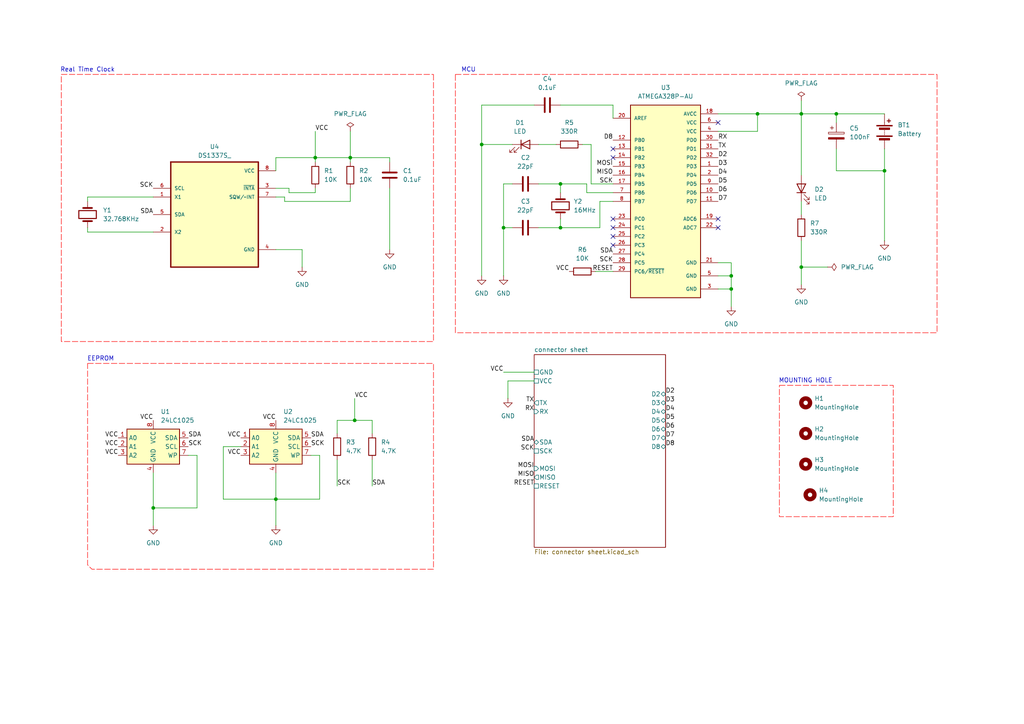
<source format=kicad_sch>
(kicad_sch (version 20250114) (generator "eeschema") (generator_version "9.0")
  (paper "A4")
  (title_block (title "MCU Datalogger") (date "2025-08-23") (company "PRTM"))
  (lib_symbols
    (symbol "ATMEGA328P-AU:ATMEGA328P-AU" (pin_names (offset 1.016))
      (property "Reference" "U3" (at 0 33.02 0))
      (property "Value" "ATMEGA328P-AU" (at 0 30.48 0))
      (symbol "ATMEGA328P-AU_0_0"
        (rectangle (start -10.16 -27.94) (end 10.16 27.94) (stroke (width 0.254)) (fill (type background)))
        (pin input line (at -15.24 24.13 0) (length 5.08) (name "AREF") (number "20"))
        (pin bidirectional line (at -15.24 17.78 0) (length 5.08) (name "PB0") (number "12"))
        (pin bidirectional line (at -15.24 15.24 0) (length 5.08) (name "PB1") (number "13"))
        (pin bidirectional line (at -15.24 12.7 0) (length 5.08) (name "PB2") (number "14"))
        (pin bidirectional line (at -15.24 10.16 0) (length 5.08) (name "PB3") (number "15"))
        (pin bidirectional line (at -15.24 7.62 0) (length 5.08) (name "PB4") (number "16"))
        (pin bidirectional line (at -15.24 5.08 0) (length 5.08) (name "PB5") (number "17"))
        (pin bidirectional line (at -15.24 2.54 0) (length 5.08) (name "PB6") (number "7"))
        (pin bidirectional line (at -15.24 0 0) (length 5.08) (name "PB7") (number "8"))
        (pin bidirectional line (at -15.24 -5.08 0) (length 5.08) (name "PC0") (number "23"))
        (pin bidirectional line (at -15.24 -7.62 0) (length 5.08) (name "PC1") (number "24"))
        (pin bidirectional line (at -15.24 -10.16 0) (length 5.08) (name "PC2") (number "25"))
        (pin bidirectional line (at -15.24 -12.7 0) (length 5.08) (name "PC3") (number "26"))
        (pin bidirectional line (at -15.24 -15.24 0) (length 5.08) (name "PC4") (number "27"))
        (pin bidirectional line (at -15.24 -17.78 0) (length 5.08) (name "PC5") (number "28"))
        (pin bidirectional line (at -15.24 -20.32 0) (length 5.08) (name "PC6/~{RESET}") (number "29"))
        (pin power_in line (at 15.24 25.4 180) (length 5.08) (name "AVCC") (number "18"))
        (pin power_in line (at 15.24 22.86 180) (length 5.08) (name "VCC") (number "6"))
        (pin power_in line (at 15.24 20.32 180) (length 5.08) (name "VCC") (number "4"))
        (pin bidirectional line (at 15.24 17.78 180) (length 5.08) (name "PD0") (number "30"))
        (pin bidirectional line (at 15.24 15.24 180) (length 5.08) (name "PD1") (number "31"))
        (pin bidirectional line (at 15.24 12.7 180) (length 5.08) (name "PD2") (number "32"))
        (pin bidirectional line (at 15.24 10.16 180) (length 5.08) (name "PD3") (number "1"))
        (pin bidirectional line (at 15.24 7.62 180) (length 5.08) (name "PD4") (number "2"))
        (pin bidirectional line (at 15.24 5.08 180) (length 5.08) (name "PD5") (number "9"))
        (pin bidirectional line (at 15.24 2.54 180) (length 5.08) (name "PD6") (number "10"))
        (pin bidirectional line (at 15.24 0 180) (length 5.08) (name "PD7") (number "11"))
        (pin bidirectional line (at 15.24 -5.08 180) (length 5.08) (name "ADC6") (number "19"))
        (pin bidirectional line (at 15.24 -7.62 180) (length 5.08) (name "ADC7") (number "22"))
        (pin power_in line (at 15.24 -17.78 180) (length 5.08) (name "GND") (number "21"))
        (pin power_in line (at 15.24 -21.59 180) (length 5.08) (name "GND") (number "5"))
        (pin power_in line (at 15.24 -25.4 180) (length 5.08) (name "GND") (number "3"))
      )
    )
    (symbol "DS1337S_:DS1337S_" (pin_names (offset 1.016))
      (property "Reference" "U" (at -12.7 16.24 0))
      (property "Value" "DS1337S_" (at -12.7 -19.24 0))
      (symbol "DS1337S__0_0"
        (rectangle (start -12.7 -15.24) (end 12.7 15.24) (stroke (width 0.41)) (fill (type background)))
        (pin input line (at -17.78 7.62 0) (length 5.08) (name "SCL") (number "6"))
        (pin input line (at -17.78 5.08 0) (length 5.08) (name "X1") (number "1"))
        (pin bidirectional line (at -17.78 0 0) (length 5.08) (name "SDA") (number "5"))
        (pin bidirectional line (at -17.78 -5.08 0) (length 5.08) (name "X2") (number "2"))
        (pin power_in line (at 17.78 12.7 180) (length 5.08) (name "VCC") (number "8"))
        (pin output line (at 17.78 7.62 180) (length 5.08) (name "~{INTA}") (number "3"))
        (pin output line (at 17.78 5.08 180) (length 5.08) (name "SQW/~INT") (number "7"))
        (pin power_in line (at 17.78 -10.16 180) (length 5.08) (name "GND") (number "4"))
      )
    )
    (symbol "Device:Battery" (pin_numbers (hide yes)) (pin_names (offset 0) (hide yes))
      (property "Reference" "BT" (at 2.54 2.54 0))
      (property "Value" "Battery" (at 2.54 0 0))
      (symbol "Battery_0_1"
        (rectangle (start -2.286 1.778) (end 2.286 1.524) (fill (type outline)))
        (rectangle (start -2.286 -1.27) (end 2.286 -1.524) (fill (type outline)))
        (rectangle (start -1.524 1.016) (end 1.524 0.508) (fill (type outline)))
        (rectangle (start -1.524 -2.032) (end 1.524 -2.54) (fill (type outline)))
        (polyline (pts (xy 0 1.778) (xy 0 2.54)))
        (polyline (pts (xy 0 0) (xy 0 0.254)))
        (polyline (pts (xy 0 -0.508) (xy 0 -0.254)))
        (polyline (pts (xy 0 -1.016) (xy 0 -0.762)))
        (polyline (pts (xy 0.762 3.048) (xy 1.778 3.048)) (stroke (width 0.254)))
        (polyline (pts (xy 1.27 3.556) (xy 1.27 2.54)) (stroke (width 0.254)))
      )
      (symbol "Battery_1_1"
        (pin passive line (at 0 5.08 270) (length 2.54) (name "+") (number "1"))
        (pin passive line (at 0 -5.08 90) (length 2.54) (name "-") (number "2"))
      )
    )
    (symbol "Device:C" (pin_numbers (hide yes)) (pin_names (offset 0.254))
      (property "Reference" "C" (at 0.635 2.54 0))
      (property "Value" "C" (at 0.635 -2.54 0))
      (symbol "C_0_1"
        (polyline (pts (xy -2.032 0.762) (xy 2.032 0.762)) (stroke (width 0.508)))
        (polyline (pts (xy -2.032 -0.762) (xy 2.032 -0.762)) (stroke (width 0.508)))
      )
      (symbol "C_1_1"
        (pin passive line (at 0 3.81 270) (length 2.794) (name "~") (number "1"))
        (pin passive line (at 0 -3.81 90) (length 2.794) (name "~") (number "2"))
      )
    )
    (symbol "Device:C_Polarized" (pin_numbers (hide yes)) (pin_names (offset 0.254))
      (property "Reference" "C" (at 0.635 2.54 0))
      (property "Value" "C_Polarized" (at 0.635 -2.54 0))
      (symbol "C_Polarized_0_1"
        (rectangle (start -2.286 0.508) (end 2.286 1.016))
        (polyline (pts (xy -1.778 2.286) (xy -0.762 2.286)))
        (polyline (pts (xy -1.27 2.794) (xy -1.27 1.778)))
        (rectangle (start 2.286 -0.508) (end -2.286 -1.016) (fill (type outline)))
      )
      (symbol "C_Polarized_1_1"
        (pin passive line (at 0 3.81 270) (length 2.794) (name "~") (number "1"))
        (pin passive line (at 0 -3.81 90) (length 2.794) (name "~") (number "2"))
      )
    )
    (symbol "Device:Crystal" (pin_numbers (hide yes)) (pin_names (offset 1.016) (hide yes))
      (property "Reference" "Y" (at 0 3.81 0))
      (property "Value" "Crystal" (at 0 -3.81 0))
      (symbol "Crystal_0_1"
        (polyline (pts (xy -2.54 0) (xy -1.905 0)))
        (polyline (pts (xy -1.905 -1.27) (xy -1.905 1.27)) (stroke (width 0.508)))
        (rectangle (start -1.143 2.54) (end 1.143 -2.54) (stroke (width 0.3048)))
        (polyline (pts (xy 1.905 -1.27) (xy 1.905 1.27)) (stroke (width 0.508)))
        (polyline (pts (xy 2.54 0) (xy 1.905 0)))
      )
      (symbol "Crystal_1_1"
        (pin passive line (at -3.81 0 0) (length 1.27) (name "1") (number "1"))
        (pin passive line (at 3.81 0 180) (length 1.27) (name "2") (number "2"))
      )
    )
    (symbol "Device:LED" (pin_numbers (hide yes)) (pin_names (offset 1.016) (hide yes))
      (property "Reference" "D" (at 0 2.54 0))
      (property "Value" "LED" (at 0 -2.54 0))
      (symbol "LED_0_1"
        (polyline (pts (xy -3.048 -0.762) (xy -4.572 -2.286) (xy -3.81 -2.286) (xy -4.572 -2.286) (xy -4.572 -1.524)))
        (polyline (pts (xy -1.778 -0.762) (xy -3.302 -2.286) (xy -2.54 -2.286) (xy -3.302 -2.286) (xy -3.302 -1.524)))
        (polyline (pts (xy -1.27 0) (xy 1.27 0)))
        (polyline (pts (xy -1.27 -1.27) (xy -1.27 1.27)) (stroke (width 0.254)))
        (polyline (pts (xy 1.27 -1.27) (xy 1.27 1.27) (xy -1.27 0) (xy 1.27 -1.27)) (stroke (width 0.254)))
      )
      (symbol "LED_1_1"
        (pin passive line (at -3.81 0 0) (length 2.54) (name "K") (number "1"))
        (pin passive line (at 3.81 0 180) (length 2.54) (name "A") (number "2"))
      )
    )
    (symbol "Device:R" (pin_numbers (hide yes)) (pin_names (offset 0))
      (property "Reference" "R" (at 2.032 0 90))
      (property "Value" "R" (at 0 0 90))
      (symbol "R_0_1"
        (rectangle (start -1.016 -2.54) (end 1.016 2.54) (stroke (width 0.254)))
      )
      (symbol "R_1_1"
        (pin passive line (at 0 3.81 270) (length 1.27) (name "~") (number "1"))
        (pin passive line (at 0 -3.81 90) (length 1.27) (name "~") (number "2"))
      )
    )
    (symbol "Mechanical:MountingHole" (pin_names (offset 1.016)) (in_bom no)
      (property "Reference" "H" (at 0 5.08 0))
      (property "Value" "MountingHole" (at 0 3.175 0))
      (symbol "MountingHole_0_1"
        (circle (center 0 0) (radius 1.27) (stroke (width 1.27)))
      )
    )
    (symbol "Memory_EEPROM:24LC1025"
      (property "Reference" "U" (at -6.35 6.35 0))
      (property "Value" "24LC1025" (at 1.27 6.35 0))
      (symbol "24LC1025_1_1"
        (rectangle (start -7.62 5.08) (end 7.62 -5.08) (stroke (width 0.254)) (fill (type background)))
        (pin input line (at -10.16 2.54 0) (length 2.54) (name "A0") (number "1"))
        (pin input line (at -10.16 0 0) (length 2.54) (name "A1") (number "2"))
        (pin input line (at -10.16 -2.54 0) (length 2.54) (name "A2") (number "3"))
        (pin power_in line (at 0 7.62 270) (length 2.54) (name "VCC") (number "8"))
        (pin power_in line (at 0 -7.62 90) (length 2.54) (name "GND") (number "4"))
        (pin bidirectional line (at 10.16 2.54 180) (length 2.54) (name "SDA") (number "5"))
        (pin input line (at 10.16 0 180) (length 2.54) (name "SCL") (number "6"))
        (pin input line (at 10.16 -2.54 180) (length 2.54) (name "WP") (number "7"))
      )
    )
    (symbol "power:GND" (power) (pin_numbers (hide yes)) (pin_names (offset 0) (hide yes))
      (property "Value" "GND" (at 0 -3.81 0))
      (symbol "GND_0_1"
        (polyline (pts (xy 0 0) (xy 0 -1.27) (xy 1.27 -1.27) (xy 0 -2.54) (xy -1.27 -1.27) (xy 0 -1.27)))
      )
      (symbol "GND_1_1"
        (pin power_in line (at 0 0 270) (length 0) (name "~") (number "1"))
      )
    )
    (symbol "power:PWR_FLAG" (power) (pin_numbers (hide yes)) (pin_names (offset 0) (hide yes))
      (property "Value" "PWR_FLAG" (at 0 3.81 0))
      (symbol "PWR_FLAG_0_0"
        (pin power_out line (at 0 0 90) (length 0) (name "~") (number "1"))
      )
      (symbol "PWR_FLAG_0_1"
        (polyline (pts (xy 0 0) (xy 0 1.27) (xy -1.016 1.905) (xy 0 2.54) (xy 1.016 1.905) (xy 0 1.27)))
      )
    )
  )
  (text "MCU" (at 135.89 20.32 0) (effects (font (size 1.27 1.27))))
  (text "Real Time Clock\n" (at 25.4 20.32 0) (effects (font (size 1.27 1.27))))
  (text "EEPROM" (at 29.21 104.14 0) (effects (font (size 1.27 1.27))))
  (text "MOUNTING HOLE" (at 233.68 110.49 0) (effects (font (size 1.27 1.27))))
  (junction (at 80.01 144.78))
  (junction (at 212.09 80.01))
  (junction (at 212.09 83.82))
  (junction (at 162.56 66.04))
  (junction (at 139.7 41.91))
  (junction (at 256.54 49.53))
  (junction (at 232.41 77.47))
  (junction (at 44.45 147.32))
  (junction (at 102.87 121.92))
  (junction (at 162.56 53.34))
  (junction (at 219.71 33.02))
  (junction (at 232.41 33.02))
  (junction (at 146.05 66.04))
  (junction (at 91.44 45.72))
  (junction (at 242.57 33.02))
  (junction (at 101.6 45.72))
  (no_connect (at 177.8 43.18))
  (no_connect (at 208.28 35.56))
  (no_connect (at 177.8 66.04))
  (no_connect (at 208.28 66.04))
  (no_connect (at 177.8 45.72))
  (no_connect (at 177.8 71.12))
  (no_connect (at 177.8 63.5))
  (no_connect (at 177.8 68.58))
  (no_connect (at 208.28 63.5))
  (wire (pts (xy 173.99 66.04) (xy 162.56 66.04)))
  (wire (pts (xy 162.56 53.34) (xy 162.56 55.88)))
  (wire (pts (xy 212.09 83.82) (xy 212.09 88.9)))
  (wire (pts (xy 146.05 66.04) (xy 148.59 66.04)))
  (wire (pts (xy 146.05 66.04) (xy 146.05 80.01)))
  (wire (pts (xy 154.94 110.49) (xy 147.32 110.49)))
  (wire (pts (xy 80.01 49.53) (xy 80.01 45.72)))
  (wire (pts (xy 172.72 78.74) (xy 177.8 78.74)))
  (wire (pts (xy 91.44 55.88) (xy 83.82 55.88)))
  (wire (pts (xy 177.8 30.48) (xy 162.56 30.48)))
  (wire (pts (xy 219.71 33.02) (xy 232.41 33.02)))
  (wire (pts (xy 91.44 45.72) (xy 101.6 45.72)))
  (wire (pts (xy 97.79 121.92) (xy 102.87 121.92)))
  (wire (pts (xy 69.85 129.54) (xy 64.77 129.54)))
  (wire (pts (xy 208.28 33.02) (xy 219.71 33.02)))
  (wire (pts (xy 139.7 30.48) (xy 139.7 41.91)))
  (wire (pts (xy 82.55 58.42) (xy 101.6 58.42)))
  (wire (pts (xy 113.03 45.72) (xy 113.03 46.99)))
  (wire (pts (xy 25.4 57.15) (xy 25.4 58.42)))
  (wire (pts (xy 102.87 115.57) (xy 102.87 121.92)))
  (wire (pts (xy 212.09 76.2) (xy 212.09 80.01)))
  (wire (pts (xy 64.77 129.54) (xy 64.77 144.78)))
  (wire (pts (xy 82.55 57.15) (xy 82.55 58.42)))
  (wire (pts (xy 97.79 133.35) (xy 97.79 140.97)))
  (wire (pts (xy 101.6 58.42) (xy 101.6 54.61)))
  (wire (pts (xy 177.8 58.42) (xy 173.99 58.42)))
  (wire (pts (xy 91.44 38.1) (xy 91.44 45.72)))
  (wire (pts (xy 101.6 45.72) (xy 113.03 45.72)))
  (wire (pts (xy 44.45 147.32) (xy 44.45 152.4)))
  (wire (pts (xy 80.01 72.39) (xy 87.63 72.39)))
  (wire (pts (xy 242.57 33.02) (xy 256.54 33.02)))
  (wire (pts (xy 101.6 38.1) (xy 101.6 45.72)))
  (wire (pts (xy 148.59 53.34) (xy 146.05 53.34)))
  (wire (pts (xy 212.09 80.01) (xy 212.09 83.82)))
  (wire (pts (xy 232.41 58.42) (xy 232.41 62.23)))
  (wire (pts (xy 208.28 76.2) (xy 212.09 76.2)))
  (wire (pts (xy 232.41 33.02) (xy 232.41 50.8)))
  (wire (pts (xy 171.45 41.91) (xy 168.91 41.91)))
  (wire (pts (xy 107.95 133.35) (xy 107.95 140.97)))
  (wire (pts (xy 80.01 45.72) (xy 91.44 45.72)))
  (wire (pts (xy 80.01 57.15) (xy 82.55 57.15)))
  (wire (pts (xy 25.4 66.04) (xy 25.4 67.31)))
  (wire (pts (xy 232.41 33.02) (xy 242.57 33.02)))
  (wire (pts (xy 212.09 83.82) (xy 208.28 83.82)))
  (wire (pts (xy 232.41 77.47) (xy 240.03 77.47)))
  (wire (pts (xy 170.18 55.88) (xy 177.8 55.88)))
  (wire (pts (xy 87.63 72.39) (xy 87.63 77.47)))
  (wire (pts (xy 57.15 132.08) (xy 57.15 147.32)))
  (wire (pts (xy 44.45 137.16) (xy 44.45 147.32)))
  (wire (pts (xy 208.28 38.1) (xy 219.71 38.1)))
  (wire (pts (xy 162.56 66.04) (xy 162.56 63.5)))
  (wire (pts (xy 147.32 110.49) (xy 147.32 115.57)))
  (wire (pts (xy 242.57 33.02) (xy 242.57 35.56)))
  (wire (pts (xy 92.71 132.08) (xy 90.17 132.08)))
  (wire (pts (xy 177.8 53.34) (xy 171.45 53.34)))
  (wire (pts (xy 177.8 34.29) (xy 177.8 30.48)))
  (wire (pts (xy 92.71 144.78) (xy 92.71 132.08)))
  (wire (pts (xy 91.44 45.72) (xy 91.44 46.99)))
  (wire (pts (xy 208.28 80.01) (xy 212.09 80.01)))
  (wire (pts (xy 80.01 137.16) (xy 80.01 144.78)))
  (wire (pts (xy 107.95 121.92) (xy 107.95 125.73)))
  (wire (pts (xy 102.87 121.92) (xy 107.95 121.92)))
  (wire (pts (xy 25.4 67.31) (xy 44.45 67.31)))
  (wire (pts (xy 256.54 49.53) (xy 256.54 69.85)))
  (wire (pts (xy 113.03 54.61) (xy 113.03 72.39)))
  (wire (pts (xy 101.6 45.72) (xy 101.6 46.99)))
  (wire (pts (xy 232.41 77.47) (xy 232.41 82.55)))
  (wire (pts (xy 232.41 69.85) (xy 232.41 77.47)))
  (wire (pts (xy 83.82 54.61) (xy 80.01 54.61)))
  (wire (pts (xy 156.21 53.34) (xy 162.56 53.34)))
  (wire (pts (xy 146.05 53.34) (xy 146.05 66.04)))
  (wire (pts (xy 219.71 38.1) (xy 219.71 33.02)))
  (wire (pts (xy 54.61 132.08) (xy 57.15 132.08)))
  (wire (pts (xy 146.05 107.95) (xy 154.94 107.95)))
  (wire (pts (xy 97.79 125.73) (xy 97.79 121.92)))
  (wire (pts (xy 173.99 58.42) (xy 173.99 66.04)))
  (wire (pts (xy 139.7 41.91) (xy 139.7 80.01)))
  (wire (pts (xy 232.41 29.21) (xy 232.41 33.02)))
  (wire (pts (xy 242.57 49.53) (xy 256.54 49.53)))
  (wire (pts (xy 83.82 55.88) (xy 83.82 54.61)))
  (wire (pts (xy 80.01 144.78) (xy 92.71 144.78)))
  (wire (pts (xy 57.15 147.32) (xy 44.45 147.32)))
  (wire (pts (xy 256.54 43.18) (xy 256.54 49.53)))
  (wire (pts (xy 44.45 57.15) (xy 25.4 57.15)))
  (wire (pts (xy 148.59 41.91) (xy 139.7 41.91)))
  (wire (pts (xy 156.21 41.91) (xy 161.29 41.91)))
  (wire (pts (xy 91.44 54.61) (xy 91.44 55.88)))
  (wire (pts (xy 156.21 66.04) (xy 162.56 66.04)))
  (wire (pts (xy 171.45 41.91) (xy 171.45 53.34)))
  (wire (pts (xy 154.94 30.48) (xy 139.7 30.48)))
  (wire (pts (xy 64.77 144.78) (xy 80.01 144.78)))
  (wire (pts (xy 170.18 55.88) (xy 170.18 53.34)))
  (wire (pts (xy 80.01 144.78) (xy 80.01 152.4)))
  (wire (pts (xy 242.57 43.18) (xy 242.57 49.53)))
  (wire (pts (xy 170.18 53.34) (xy 162.56 53.34)))
  (label "RESET" (at 177.8 78.74 180))
  (label "SCK" (at 177.8 76.2 180))
  (label "D7" (at 208.28 58.42 0))
  (label "D5" (at 208.28 53.34 0))
  (label "SCK" (at 54.61 129.54 0))
  (label "D4" (at 208.28 50.8 0))
  (label "D2" (at 208.28 45.72 0))
  (label "D7" (at 193.04 127 0))
  (label "D3" (at 193.04 116.84 0))
  (label "D3" (at 208.28 48.26 0))
  (label "MOSI" (at 177.8 48.26 180))
  (label "D2" (at 193.04 114.3 0))
  (label "SDA" (at 54.61 127 0))
  (label "MISO" (at 154.94 138.43 180))
  (label "VCC" (at 34.29 132.08 180))
  (label "TX" (at 208.28 43.18 0))
  (label "SDA" (at 107.95 140.97 0))
  (label "VCC" (at 102.87 115.57 0))
  (label "SCK" (at 177.8 53.34 180))
  (label "VCC" (at 91.44 38.1 0))
  (label "SCK" (at 44.45 54.61 180))
  (label "SCK" (at 154.94 130.81 180))
  (label "SCK" (at 90.17 129.54 0))
  (label "D5" (at 193.04 121.92 0))
  (label "VCC" (at 34.29 127 180))
  (label "RX" (at 208.28 40.64 0))
  (label "VCC" (at 165.1 78.74 180))
  (label "VCC" (at 69.85 132.08 180))
  (label "VCC" (at 80.01 121.92 180))
  (label "SCK" (at 97.79 140.97 0))
  (label "SDA" (at 177.8 73.66 180))
  (label "VCC" (at 69.85 127 180))
  (label "D8" (at 177.8 40.64 180))
  (label "D6" (at 193.04 124.46 0))
  (label "D4" (at 193.04 119.38 0))
  (label "MISO" (at 177.8 50.8 180))
  (label "TX" (at 154.94 116.84 180))
  (label "RX" (at 154.94 119.38 180))
  (label "VCC" (at 44.45 121.92 180))
  (label "SDA" (at 90.17 127 0))
  (label "SDA" (at 154.94 128.27 180))
  (label "D6" (at 208.28 55.88 0))
  (label "VCC" (at 146.05 107.95 180))
  (label "D8" (at 193.04 129.54 0))
  (label "VCC" (at 34.29 129.54 180))
  (label "SDA" (at 44.45 62.23 180))
  (label "MOSI" (at 154.94 135.89 180))
  (label "RESET" (at 154.94 140.97 180))
  (rule_area (polyline (pts (xy 25.4 105.41) (xy 125.73 105.41) (xy 125.73 165.1) (xy 26.67 165.1) (xy 25.4 163.83)) (stroke (width 0) (type dash))))
  (rule_area (polyline (pts (xy 132.08 21.59) (xy 271.78 21.59) (xy 271.78 96.52) (xy 132.08 96.52)) (stroke (width 0) (type dash))))
  (rule_area (polyline (pts (xy 125.73 21.59) (xy 125.73 99.06) (xy 17.78 99.06) (xy 17.78 21.59)) (stroke (width 0) (type dash))))
  (rule_area (polyline (pts (xy 226.06 111.76) (xy 259.08 111.76) (xy 259.08 149.86) (xy 226.06 149.86)) (stroke (width 0) (type dash))))
  (symbol (lib_id "Mechanical:MountingHole") (at 233.68 116.84 0) (unit 1) (in_bom no)
    (property "Reference" "H1" (at 236.22 115.5699 0) (effects (justify left)))
    (property "Value" "MountingHole" (at 236.22 118.1099 0) (effects (justify left)))
    (property "Footprint" "MountingHole:MountingHole_2.1mm" (effects (hide yes)))
    (property "Description" "Mounting Hole without connection" (effects (hide yes)))
  )
  (symbol (lib_id "power:GND") (at 44.45 152.4 0) (unit 1)
    (property "Reference" "#PWR03" (effects (hide yes)))
    (property "Value" "GND" (at 44.45 157.48 0))
    (property "Description" "Power symbol creates a global label with name \"GND\" , ground" (effects (hide yes)))
  )
  (symbol (lib_id "power:PWR_FLAG") (at 101.6 38.1 0) (unit 1)
    (property "Reference" "#FLG03" (effects (hide yes)))
    (property "Value" "PWR_FLAG" (at 101.6 33.02 0))
    (property "Description" "Special symbol for telling ERC where power comes from" (effects (hide yes)))
  )
  (symbol (lib_id "Device:C") (at 158.75 30.48 270) (unit 1)
    (property "Reference" "C4" (at 158.75 22.86 90))
    (property "Value" "0.1uF" (at 158.75 25.4 90))
    (property "Footprint" "Capacitor_SMD:C_0805_2012Metric" (effects (hide yes)))
    (property "Description" "Unpolarized capacitor" (effects (hide yes)))
  )
  (symbol (lib_id "Device:Crystal") (at 25.4 62.23 90) (unit 1)
    (property "Reference" "Y1" (at 29.845 60.9599 90) (effects (justify right)))
    (property "Value" "32.768KHz" (at 29.845 63.4999 90) (effects (justify right)))
    (property "Footprint" "Crystal:Crystal_SMD_5032-2Pin_5.0x3.2mm_HandSoldering" (effects (hide yes)))
    (property "Description" "Two pin crystal" (effects (hide yes)))
  )
  (symbol (lib_id "Device:C") (at 152.4 53.34 90) (unit 1)
    (property "Reference" "C2" (at 152.4 45.72 90))
    (property "Value" "22pF" (at 152.4 48.26 90))
    (property "Footprint" "Capacitor_SMD:C_0805_2012Metric" (effects (hide yes)))
    (property "Description" "Unpolarized capacitor" (effects (hide yes)))
  )
  (symbol (lib_id "Device:C") (at 113.03 50.8 0) (unit 1)
    (property "Reference" "C1" (at 116.84 49.5299 0) (effects (justify left)))
    (property "Value" "0.1uF" (at 116.84 52.0699 0) (effects (justify left)))
    (property "Footprint" "Capacitor_SMD:C_0805_2012Metric" (effects (hide yes)))
    (property "Description" "Unpolarized capacitor" (effects (hide yes)))
  )
  (symbol (lib_id "Mechanical:MountingHole") (at 234.95 143.51 0) (unit 1) (in_bom no)
    (property "Reference" "H4" (at 237.49 142.2399 0) (effects (justify left)))
    (property "Value" "MountingHole" (at 237.49 144.7799 0) (effects (justify left)))
    (property "Footprint" "MountingHole:MountingHole_2.1mm" (effects (hide yes)))
    (property "Description" "Mounting Hole without connection" (effects (hide yes)))
  )
  (symbol (lib_id "Device:R") (at 97.79 129.54 0) (unit 1)
    (property "Reference" "R3" (at 100.33 128.2699 0) (effects (justify left)))
    (property "Value" "4.7K" (at 100.33 130.8099 0) (effects (justify left)))
    (property "Footprint" "Resistor_SMD:R_0805_2012Metric_Pad1.20x1.40mm_HandSolder" (effects (hide yes)))
    (property "Description" "Resistor" (effects (hide yes)))
  )
  (symbol (lib_id "Mechanical:MountingHole") (at 233.68 125.73 0) (unit 1) (in_bom no)
    (property "Reference" "H2" (at 236.22 124.4599 0) (effects (justify left)))
    (property "Value" "MountingHole" (at 236.22 126.9999 0) (effects (justify left)))
    (property "Footprint" "MountingHole:MountingHole_2.1mm" (effects (hide yes)))
    (property "Description" "Mounting Hole without connection" (effects (hide yes)))
  )
  (symbol (lib_id "power:GND") (at 147.32 115.57 0) (unit 1)
    (property "Reference" "#PWR010" (effects (hide yes)))
    (property "Value" "GND" (at 147.32 120.65 0))
    (property "Description" "Power symbol creates a global label with name \"GND\" , ground" (effects (hide yes)))
  )
  (symbol (lib_id "Device:R") (at 101.6 50.8 0) (unit 1)
    (property "Reference" "R2" (at 104.14 49.5299 0) (effects (justify left)))
    (property "Value" "10K" (at 104.14 52.0699 0) (effects (justify left)))
    (property "Footprint" "Resistor_SMD:R_0805_2012Metric_Pad1.20x1.40mm_HandSolder" (effects (hide yes)))
    (property "Description" "Resistor" (effects (hide yes)))
  )
  (symbol (lib_id "power:GND") (at 146.05 80.01 0) (unit 1)
    (property "Reference" "#PWR06" (effects (hide yes)))
    (property "Value" "GND" (at 146.05 85.09 0))
    (property "Description" "Power symbol creates a global label with name \"GND\" , ground" (effects (hide yes)))
  )
  (symbol (lib_id "power:GND") (at 256.54 69.85 0) (unit 1)
    (property "Reference" "#PWR09" (effects (hide yes)))
    (property "Value" "GND" (at 256.54 74.93 0))
    (property "Description" "Power symbol creates a global label with name \"GND\" , ground" (effects (hide yes)))
  )
  (symbol (lib_id "ATMEGA328P-AU:ATMEGA328P-AU") (at 193.04 58.42 0) (unit 1)
    (property "Reference" "U3" (at 193.04 25.4 0))
    (property "Value" "ATMEGA328P-AU" (at 193.04 27.94 0))
    (property "Footprint" "footprint:QFP80P900X900X120-32N" (effects (hide yes)))
    (property "MF" "Microchip" (effects (hide yes)))
    (property "MAXIMUM_PACKAGE_HEIGHT" "1.20mm" (effects (hide yes)))
    (property "Package" "TQFP-32 Microchip" (effects (hide yes)))
    (property "Price" "None" (effects (hide yes)))
    (property "Check_prices" "https://www.snapeda.com/parts/ATMEGA328P-AU/Microchip+Technology/view-part/?ref=eda" (effects (hide yes)))
    (property "STANDARD" "IPC-7351B" (effects (hide yes)))
    (property "PARTREV" "8271A" (effects (hide yes)))
    (property "SnapEDA_Link" "https://www.snapeda.com/parts/ATMEGA328P-AU/Microchip+Technology/view-part/?ref=snap" (effects (hide yes)))
    (property "MP" "ATMEGA328P-AU" (effects (hide yes)))
    (property "Description_1" "AVR AVR® ATmega Microcontroller IC 8-Bit 20MHz 32KB (16K x 16) FLASH 32-TQFP (7x7)" (effects (hide yes)))
    (property "Availability" "In Stock" (effects (hide yes)))
    (property "MANUFACTURER" "Microchip" (effects (hide yes)))
  )
  (symbol (lib_id "Device:Crystal") (at 162.56 59.69 90) (unit 1)
    (property "Reference" "Y2" (at 166.37 58.4199 90) (effects (justify right)))
    (property "Value" "16MHz" (at 166.37 60.9599 90) (effects (justify right)))
    (property "Footprint" "Crystal:Crystal_SMD_5032-2Pin_5.0x3.2mm_HandSoldering" (effects (hide yes)))
    (property "Description" "Two pin crystal" (effects (hide yes)))
  )
  (symbol (lib_id "Mechanical:MountingHole") (at 233.68 134.62 0) (unit 1) (in_bom no)
    (property "Reference" "H3" (at 236.22 133.3499 0) (effects (justify left)))
    (property "Value" "MountingHole" (at 236.22 135.8899 0) (effects (justify left)))
    (property "Footprint" "MountingHole:MountingHole_2.1mm" (effects (hide yes)))
    (property "Description" "Mounting Hole without connection" (effects (hide yes)))
  )
  (symbol (lib_id "Device:R") (at 91.44 50.8 0) (unit 1)
    (property "Reference" "R1" (at 93.98 49.5299 0) (effects (justify left)))
    (property "Value" "10K" (at 93.98 52.0699 0) (effects (justify left)))
    (property "Footprint" "Resistor_SMD:R_0805_2012Metric_Pad1.20x1.40mm_HandSolder" (effects (hide yes)))
    (property "Description" "Resistor" (effects (hide yes)))
  )
  (symbol (lib_id "Device:LED") (at 152.4 41.91 0) (unit 1)
    (property "Reference" "D1" (at 150.8125 35.56 0))
    (property "Value" "LED" (at 150.8125 38.1 0))
    (property "Footprint" "LED_SMD:LED_0805_2012Metric" (effects (hide yes)))
    (property "Description" "Light emitting diode" (effects (hide yes)))
    (property "Sim.Pins" "1=K 2=A" (effects (hide yes)))
  )
  (symbol (lib_id "power:GND") (at 212.09 88.9 0) (unit 1)
    (property "Reference" "#PWR07" (effects (hide yes)))
    (property "Value" "GND" (at 212.09 93.98 0))
    (property "Description" "Power symbol creates a global label with name \"GND\" , ground" (effects (hide yes)))
  )
  (symbol (lib_id "DS1337S_:DS1337S_") (at 62.23 62.23 0) (unit 1)
    (property "Reference" "U4" (at 62.23 42.545 0))
    (property "Value" "DS1337S_" (at 62.23 45.085 0))
    (property "Footprint" "footprint:SOIC127P600X175-8N" (effects (hide yes)))
    (property "MF" "Maxim Integrated Products" (effects (hide yes)))
    (property "Description_1" "Real Time Clock (RTC) IC Clock/Calendar I2C, 2-Wire Serial 8-SOIC (0.154, 3.90mm Width)" (effects (hide yes)))
    (property "Package" "SOIC-8 Maxim" (effects (hide yes)))
    (property "Price" "None" (effects (hide yes)))
    (property "SnapEDA_Link" "https://www.snapeda.com/parts/DS1337S+/Maxim+Integrated/view-part/?ref=snap" (effects (hide yes)))
    (property "MP" "DS1337S+" (effects (hide yes)))
    (property "Availability" "In Stock" (effects (hide yes)))
    (property "Check_prices" "https://www.snapeda.com/parts/DS1337S+/Maxim+Integrated/view-part/?ref=eda" (effects (hide yes)))
  )
  (symbol (lib_id "Device:C") (at 152.4 66.04 90) (unit 1)
    (property "Reference" "C3" (at 152.4 58.42 90))
    (property "Value" "22pF" (at 152.4 60.96 90))
    (property "Footprint" "Capacitor_SMD:C_0805_2012Metric" (effects (hide yes)))
    (property "Description" "Unpolarized capacitor" (effects (hide yes)))
  )
  (symbol (lib_id "Device:R") (at 107.95 129.54 0) (unit 1)
    (property "Reference" "R4" (at 110.49 128.2699 0) (effects (justify left)))
    (property "Value" "4.7K" (at 110.49 130.8099 0) (effects (justify left)))
    (property "Footprint" "Resistor_SMD:R_0805_2012Metric_Pad1.20x1.40mm_HandSolder" (effects (hide yes)))
    (property "Description" "Resistor" (effects (hide yes)))
  )
  (symbol (lib_id "power:GND") (at 139.7 80.01 0) (unit 1)
    (property "Reference" "#PWR05" (effects (hide yes)))
    (property "Value" "GND" (at 139.7 85.09 0))
    (property "Description" "Power symbol creates a global label with name \"GND\" , ground" (effects (hide yes)))
  )
  (symbol (lib_id "power:PWR_FLAG") (at 240.03 77.47 270) (unit 1)
    (property "Reference" "#FLG02" (effects (hide yes)))
    (property "Value" "PWR_FLAG" (at 243.84 77.4699 90) (effects (justify left)))
    (property "Description" "Special symbol for telling ERC where power comes from" (effects (hide yes)))
  )
  (symbol (lib_id "Memory_EEPROM:24LC1025") (at 80.01 129.54 0) (unit 1)
    (property "Reference" "U2" (at 82.1533 119.38 0) (effects (justify left)))
    (property "Value" "24LC1025" (at 82.1533 121.92 0) (effects (justify left)))
    (property "Footprint" "Package_SO:SOIC-8_5.3x5.3mm_P1.27mm" (effects (hide yes)))
    (property "Datasheet" "http://ww1.microchip.com/downloads/en/DeviceDoc/21941B.pdf" (effects (hide yes)))
    (property "Description" "I2C Serial EEPROM, 1024Kb, DIP-8/SOIC-8/TSSOP-8/DFN-8" (effects (hide yes)))
  )
  (symbol (lib_id "power:GND") (at 113.03 72.39 0) (unit 1)
    (property "Reference" "#PWR02" (effects (hide yes)))
    (property "Value" "GND" (at 113.03 77.47 0))
    (property "Description" "Power symbol creates a global label with name \"GND\" , ground" (effects (hide yes)))
  )
  (symbol (lib_id "power:PWR_FLAG") (at 232.41 29.21 0) (unit 1)
    (property "Reference" "#FLG01" (effects (hide yes)))
    (property "Value" "PWR_FLAG" (at 232.41 24.13 0))
    (property "Description" "Special symbol for telling ERC where power comes from" (effects (hide yes)))
  )
  (symbol (lib_id "power:GND") (at 80.01 152.4 0) (unit 1)
    (property "Reference" "#PWR04" (effects (hide yes)))
    (property "Value" "GND" (at 80.01 157.48 0))
    (property "Description" "Power symbol creates a global label with name \"GND\" , ground" (effects (hide yes)))
  )
  (symbol (lib_id "Device:R") (at 168.91 78.74 90) (unit 1)
    (property "Reference" "R6" (at 168.91 72.39 90))
    (property "Value" "10K" (at 168.91 74.93 90))
    (property "Footprint" "Resistor_SMD:R_0805_2012Metric_Pad1.20x1.40mm_HandSolder" (effects (hide yes)))
    (property "Description" "Resistor" (effects (hide yes)))
  )
  (symbol (lib_id "Memory_EEPROM:24LC1025") (at 44.45 129.54 0) (unit 1)
    (property "Reference" "U1" (at 46.5933 119.38 0) (effects (justify left)))
    (property "Value" "24LC1025" (at 46.5933 121.92 0) (effects (justify left)))
    (property "Footprint" "Package_SO:SOIC-8_5.3x5.3mm_P1.27mm" (effects (hide yes)))
    (property "Datasheet" "http://ww1.microchip.com/downloads/en/DeviceDoc/21941B.pdf" (effects (hide yes)))
    (property "Description" "I2C Serial EEPROM, 1024Kb, DIP-8/SOIC-8/TSSOP-8/DFN-8" (effects (hide yes)))
  )
  (symbol (lib_id "Device:Battery") (at 256.54 38.1 0) (unit 1)
    (property "Reference" "BT1" (at 260.35 36.2584 0) (effects (justify left)))
    (property "Value" "Battery" (at 260.35 38.7984 0) (effects (justify left)))
    (property "Footprint" "Connector_PinHeader_2.54mm:PinHeader_1x02_P2.54mm_Horizontal" (effects (hide yes)))
    (property "Description" "Multiple-cell battery" (effects (hide yes)))
  )
  (symbol (lib_id "Device:LED") (at 232.41 54.61 90) (unit 1)
    (property "Reference" "D2" (at 236.22 54.9274 90) (effects (justify right)))
    (property "Value" "LED" (at 236.22 57.4674 90) (effects (justify right)))
    (property "Footprint" "LED_SMD:LED_0805_2012Metric" (effects (hide yes)))
    (property "Description" "Light emitting diode" (effects (hide yes)))
    (property "Sim.Pins" "1=K 2=A" (effects (hide yes)))
  )
  (symbol (lib_id "power:GND") (at 232.41 82.55 0) (unit 1)
    (property "Reference" "#PWR08" (effects (hide yes)))
    (property "Value" "GND" (at 232.41 87.63 0))
    (property "Description" "Power symbol creates a global label with name \"GND\" , ground" (effects (hide yes)))
  )
  (symbol (lib_id "Device:C_Polarized") (at 242.57 39.37 0) (unit 1)
    (property "Reference" "C5" (at 246.38 37.2109 0) (effects (justify left)))
    (property "Value" "100nF" (at 246.38 39.7509 0) (effects (justify left)))
    (property "Footprint" "Capacitor_SMD:C_0805_2012Metric" (effects (hide yes)))
    (property "Description" "Polarized capacitor" (effects (hide yes)))
  )
  (symbol (lib_id "Device:R") (at 232.41 66.04 0) (unit 1)
    (property "Reference" "R7" (at 234.95 64.7699 0) (effects (justify left)))
    (property "Value" "330R" (at 234.95 67.3099 0) (effects (justify left)))
    (property "Footprint" "Resistor_SMD:R_0805_2012Metric_Pad1.20x1.40mm_HandSolder" (effects (hide yes)))
    (property "Description" "Resistor" (effects (hide yes)))
  )
  (symbol (lib_id "Device:R") (at 165.1 41.91 90) (unit 1)
    (property "Reference" "R5" (at 165.1 35.56 90))
    (property "Value" "330R" (at 165.1 38.1 90))
    (property "Footprint" "Resistor_SMD:R_0805_2012Metric_Pad1.20x1.40mm_HandSolder" (effects (hide yes)))
    (property "Description" "Resistor" (effects (hide yes)))
  )
  (symbol (lib_id "power:GND") (at 87.63 77.47 0) (unit 1)
    (property "Reference" "#PWR01" (effects (hide yes)))
    (property "Value" "GND" (at 87.63 82.55 0))
    (property "Description" "Power symbol creates a global label with name \"GND\" , ground" (effects (hide yes)))
  )
  (sheet (at 154.94 102.87) (size 38.1 55.88) (stroke (width 0.1524))
    (property "Sheetname" "connector sheet" (at 154.94 102.1584 0) (effects (justify left bottom)))
    (property "Sheetfile" "connector sheet.kicad_sch" (at 154.94 159.3346 0) (effects (justify left top)))
    (pin "D4" bidirectional (at 193.04 119.38 0))
    (pin "D3" bidirectional (at 193.04 116.84 0))
    (pin "D2" bidirectional (at 193.04 114.3 0))
    (pin "D8" bidirectional (at 193.04 129.54 0))
    (pin "D7" bidirectional (at 193.04 127 0))
    (pin "D5" bidirectional (at 193.04 121.92 0))
    (pin "D6" bidirectional (at 193.04 124.46 0))
    (pin "VCC" passive (at 154.94 110.49 180))
    (pin "GND" passive (at 154.94 107.95 180))
    (pin "SDA" bidirectional (at 154.94 128.27 180))
    (pin "SCK" passive (at 154.94 130.81 180))
    (pin "RX" input (at 154.94 119.38 180))
    (pin "TX" output (at 154.94 116.84 180))
    (pin "MISO" output (at 154.94 138.43 180))
    (pin "MOSI" input (at 154.94 135.89 180))
    (pin "RESET" passive (at 154.94 140.97 180))
  )
)
</source>
